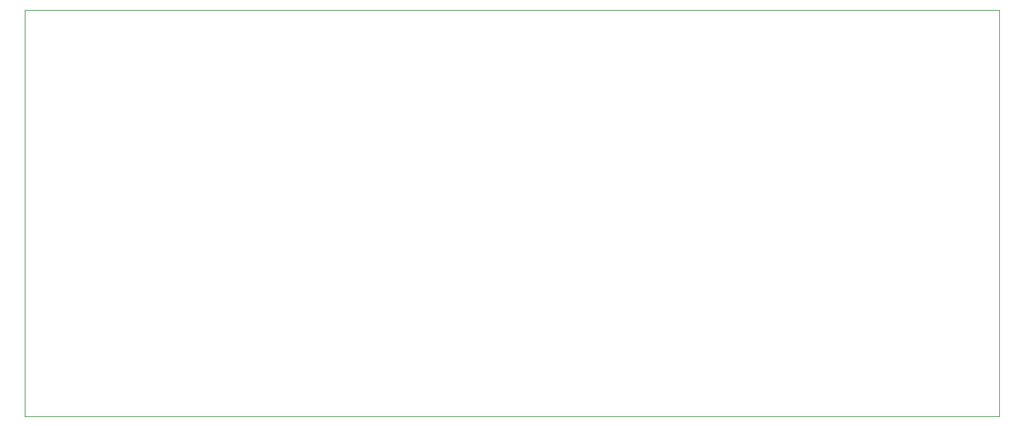
<source format=gbr>
%TF.GenerationSoftware,KiCad,Pcbnew,9.0.0-9.0.0-2~ubuntu22.04.1*%
%TF.CreationDate,2025-04-30T13:15:03+03:00*%
%TF.ProjectId,binary-counter,62696e61-7279-42d6-936f-756e7465722e,rev?*%
%TF.SameCoordinates,Original*%
%TF.FileFunction,Profile,NP*%
%FSLAX46Y46*%
G04 Gerber Fmt 4.6, Leading zero omitted, Abs format (unit mm)*
G04 Created by KiCad (PCBNEW 9.0.0-9.0.0-2~ubuntu22.04.1) date 2025-04-30 13:15:03*
%MOMM*%
%LPD*%
G01*
G04 APERTURE LIST*
%TA.AperFunction,Profile*%
%ADD10C,0.050000*%
%TD*%
G04 APERTURE END LIST*
D10*
X98730000Y-69230000D02*
X221980000Y-69230000D01*
X221980000Y-120730000D01*
X98730000Y-120730000D01*
X98730000Y-69230000D01*
M02*

</source>
